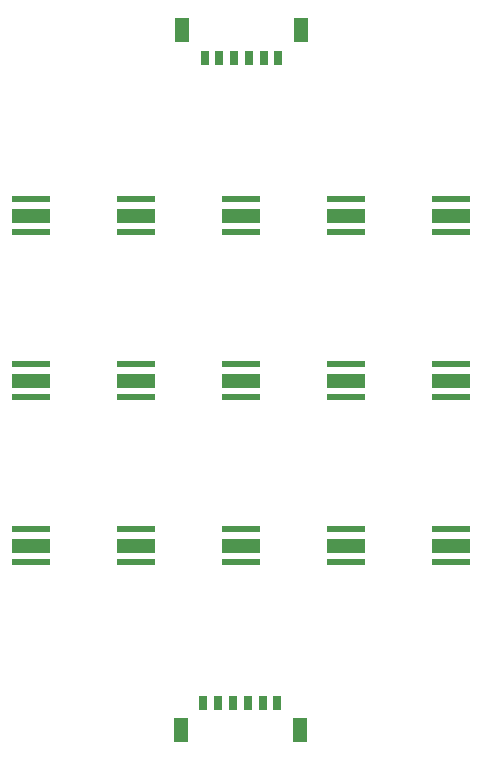
<source format=gbr>
G04 EAGLE Gerber RS-274X export*
G75*
%MOMM*%
%FSLAX34Y34*%
%LPD*%
%INSolderpaste Top*%
%IPPOS*%
%AMOC8*
5,1,8,0,0,1.08239X$1,22.5*%
G01*
G04 Define Apertures*
%ADD10R,3.300000X0.500000*%
%ADD11R,3.300000X1.300000*%
%ADD12R,0.800000X1.200000*%
%ADD13R,1.300000X2.150000*%
D10*
X38100Y189200D03*
X38100Y217200D03*
D11*
X38100Y203200D03*
D10*
X38100Y328900D03*
X38100Y356900D03*
D11*
X38100Y342900D03*
D10*
X38100Y468600D03*
X38100Y496600D03*
D11*
X38100Y482600D03*
D10*
X127000Y189200D03*
X127000Y217200D03*
D11*
X127000Y203200D03*
D10*
X127000Y328900D03*
X127000Y356900D03*
D11*
X127000Y342900D03*
D10*
X127000Y468600D03*
X127000Y496600D03*
D11*
X127000Y482600D03*
D10*
X304800Y189200D03*
X304800Y217200D03*
D11*
X304800Y203200D03*
D10*
X304800Y328900D03*
X304800Y356900D03*
D11*
X304800Y342900D03*
D10*
X304800Y468600D03*
X304800Y496600D03*
D11*
X304800Y482600D03*
D10*
X393700Y189200D03*
X393700Y217200D03*
D11*
X393700Y203200D03*
D10*
X393700Y328900D03*
X393700Y356900D03*
D11*
X393700Y342900D03*
D10*
X393700Y468600D03*
X393700Y496600D03*
D11*
X393700Y482600D03*
D10*
X215900Y189200D03*
X215900Y217200D03*
D11*
X215900Y203200D03*
D10*
X215900Y328900D03*
X215900Y356900D03*
D11*
X215900Y342900D03*
D10*
X215900Y468600D03*
X215900Y496600D03*
D11*
X215900Y482600D03*
D12*
X184150Y70022D03*
X196650Y70022D03*
X209150Y70022D03*
X221650Y70022D03*
X234150Y70022D03*
X246650Y70022D03*
D13*
X165150Y47072D03*
X265650Y47072D03*
D12*
X247650Y616540D03*
X235150Y616540D03*
X222650Y616540D03*
X210150Y616540D03*
X197650Y616540D03*
X185150Y616540D03*
D13*
X266650Y639490D03*
X166150Y639490D03*
M02*

</source>
